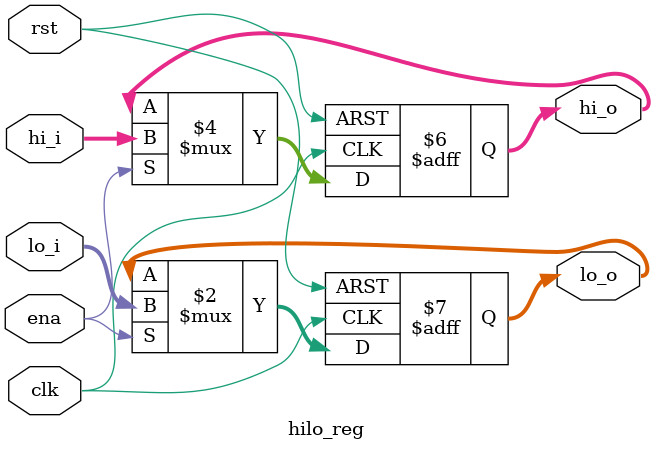
<source format=v>
`timescale 1ns / 1ps
module hilo_reg(clk,rst,ena,hi_i,lo_i,hi_o,lo_o);
	input clk;
	input rst;
	input ena;
	input [31:0]hi_i,lo_i;
	output reg[31:0]hi_o,lo_o;
	always@(posedge rst or posedge clk)
	begin
		if(rst) 
		begin
			hi_o <= 0;
			lo_o <= 0;
		end
	   else if(ena)
		begin
			hi_o <= hi_i;
			lo_o <= lo_i;
		end
	end
endmodule


</source>
